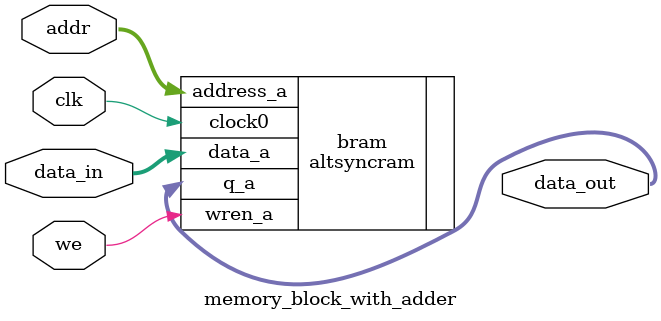
<source format=v>
module memory_block_with_adder(
    input wire clk,
    input wire [9:0] addr,        // 10-bit address input
    input wire [7:0] data_in,     // 8-bit data input
    input wire we,                // Write enable signal
    output wire [7:0] data_out    // 8-bit data output
);

// Instantiate a 10-bit adder (for example purposes)
reg [9:0] adder_out;
always @(posedge clk) begin
    // Simple addition operation, replace with your actual adder logic
    adder_out <= addr + 1'b1; // Increment address
end

// Instantiate the altsyncram component for block RAM
altsyncram #(
    .operation_mode("SINGLE_PORT"),
    .width_a(8),             // Width of data for port A
    .widthad_a(10),          // Width of address for port A
    .numwords_a(1024),       // Size of memory for port A (2^10)
    .lpm_type("altsyncram"),
    .outdata_reg_a("UNREGISTERED"), // Can be "CLOCK0" if registered output is desired
    .indata_aclr_a("NONE"),
    .wrcontrol_aclr_a("NONE"),
    .address_aclr_a("NONE"),
    .addressreg_a("CLOCK0"), // Can be "NONE" for non-registered addresses
    .intended_device_family("Cyclone V") // Specify your device family here
) bram (
    .wren_a(we),
    .clock0(clk),
    .address_a(addr),       // Connect the 10-bit address to the address input
    .data_a(data_in),
    .q_a(data_out)
);

endmodule

</source>
